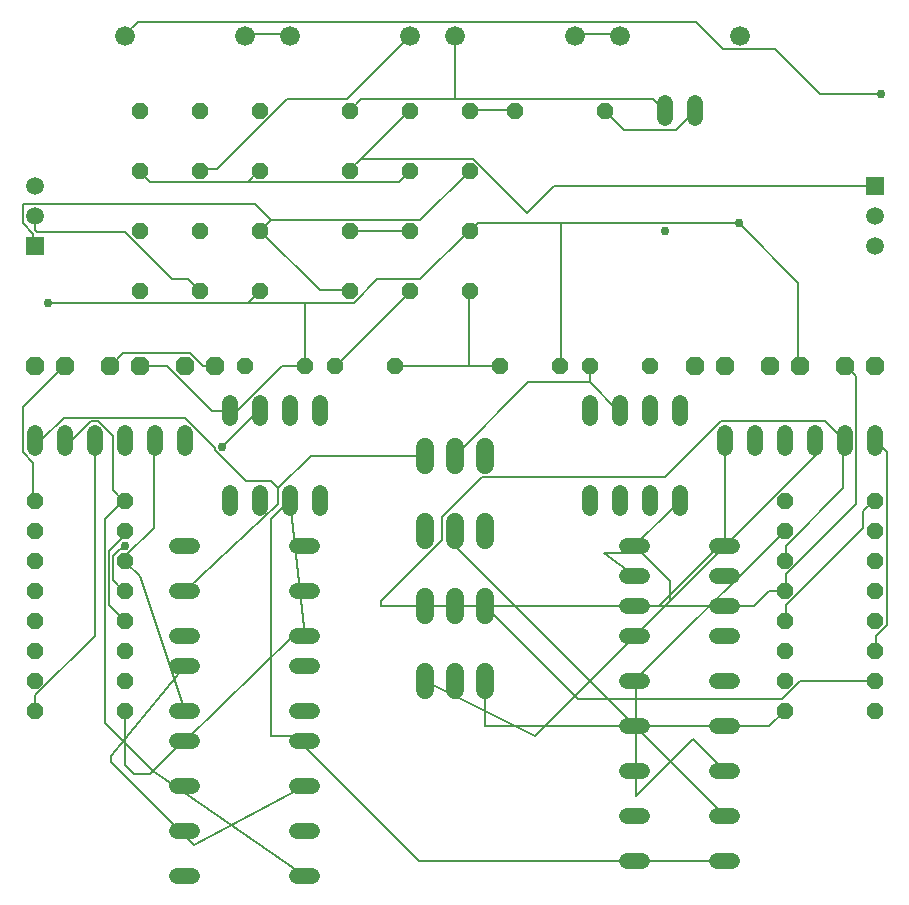
<source format=gbr>
G04 EAGLE Gerber RS-274X export*
G75*
%MOMM*%
%FSLAX34Y34*%
%LPD*%
%INBottom Copper*%
%IPPOS*%
%AMOC8*
5,1,8,0,0,1.08239X$1,22.5*%
G01*
%ADD10P,1.429621X8X22.500000*%
%ADD11C,1.676400*%
%ADD12C,1.320800*%
%ADD13R,1.508000X1.508000*%
%ADD14C,1.508000*%
%ADD15P,1.732040X8X22.500000*%
%ADD16C,1.524000*%
%ADD17C,0.152400*%
%ADD18C,0.756400*%


D10*
X114300Y673100D03*
X165100Y673100D03*
X114300Y622300D03*
X165100Y622300D03*
X114300Y571500D03*
X165100Y571500D03*
X114300Y520700D03*
X165100Y520700D03*
X342900Y673100D03*
X393700Y673100D03*
X342900Y622300D03*
X393700Y622300D03*
X342900Y571500D03*
X393700Y571500D03*
X342900Y520700D03*
X393700Y520700D03*
D11*
X203200Y736600D03*
X101600Y736600D03*
X342900Y736600D03*
X241300Y736600D03*
X482600Y736600D03*
X381000Y736600D03*
X622300Y736600D03*
X520700Y736600D03*
D12*
X558800Y679704D02*
X558800Y666496D01*
X584200Y666496D02*
X584200Y679704D01*
D10*
X215900Y673100D03*
X292100Y673100D03*
X215900Y622300D03*
X292100Y622300D03*
X215900Y571500D03*
X292100Y571500D03*
X215900Y520700D03*
X292100Y520700D03*
X431800Y673100D03*
X508000Y673100D03*
D13*
X736600Y609600D03*
D14*
X736600Y584200D03*
X736600Y558800D03*
D13*
X25400Y558800D03*
D14*
X25400Y584200D03*
X25400Y609600D03*
D15*
X25400Y457200D03*
X50800Y457200D03*
X88900Y457200D03*
X114300Y457200D03*
X152400Y457200D03*
X177800Y457200D03*
D10*
X203200Y457200D03*
X254000Y457200D03*
X279400Y457200D03*
X330200Y457200D03*
X25400Y342900D03*
X101600Y342900D03*
X25400Y317500D03*
X101600Y317500D03*
X25400Y292100D03*
X101600Y292100D03*
X25400Y266700D03*
X101600Y266700D03*
X25400Y241300D03*
X101600Y241300D03*
X25400Y215900D03*
X101600Y215900D03*
X25400Y190500D03*
X101600Y190500D03*
X25400Y165100D03*
X101600Y165100D03*
D12*
X25400Y387096D02*
X25400Y400304D01*
X76200Y400304D02*
X76200Y387096D01*
X50800Y387096D02*
X50800Y400304D01*
X101600Y400304D02*
X101600Y387096D01*
X152400Y387096D02*
X152400Y400304D01*
X127000Y400304D02*
X127000Y387096D01*
X266700Y412496D02*
X266700Y425704D01*
X241300Y425704D02*
X241300Y412496D01*
X241300Y349504D02*
X241300Y336296D01*
X266700Y336296D02*
X266700Y349504D01*
X215900Y412496D02*
X215900Y425704D01*
X190500Y425704D02*
X190500Y412496D01*
X215900Y349504D02*
X215900Y336296D01*
X190500Y336296D02*
X190500Y349504D01*
X247396Y228600D02*
X260604Y228600D01*
X159004Y228600D02*
X145796Y228600D01*
X247396Y203200D02*
X260604Y203200D01*
X159004Y203200D02*
X145796Y203200D01*
X247396Y165100D02*
X260604Y165100D01*
X159004Y165100D02*
X145796Y165100D01*
X247396Y101600D02*
X260604Y101600D01*
X159004Y101600D02*
X145796Y101600D01*
X247396Y139700D02*
X260604Y139700D01*
X159004Y139700D02*
X145796Y139700D01*
X247396Y25400D02*
X260604Y25400D01*
X159004Y25400D02*
X145796Y25400D01*
X247396Y266700D02*
X260604Y266700D01*
X159004Y266700D02*
X145796Y266700D01*
X247396Y304800D02*
X260604Y304800D01*
X159004Y304800D02*
X145796Y304800D01*
X247396Y63500D02*
X260604Y63500D01*
X159004Y63500D02*
X145796Y63500D01*
X602996Y152400D02*
X616204Y152400D01*
X540004Y152400D02*
X526796Y152400D01*
X526796Y76200D02*
X540004Y76200D01*
X602996Y76200D02*
X616204Y76200D01*
X540004Y38100D02*
X526796Y38100D01*
X602996Y38100D02*
X616204Y38100D01*
X616204Y114300D02*
X602996Y114300D01*
X540004Y114300D02*
X526796Y114300D01*
X526796Y254000D02*
X540004Y254000D01*
X602996Y254000D02*
X616204Y254000D01*
X540004Y279400D02*
X526796Y279400D01*
X602996Y279400D02*
X616204Y279400D01*
X540004Y228600D02*
X526796Y228600D01*
X602996Y228600D02*
X616204Y228600D01*
X616204Y190500D02*
X602996Y190500D01*
X540004Y190500D02*
X526796Y190500D01*
X526796Y304800D02*
X540004Y304800D01*
X602996Y304800D02*
X616204Y304800D01*
D15*
X711200Y457200D03*
X736600Y457200D03*
X584200Y457200D03*
X609600Y457200D03*
X647700Y457200D03*
X673100Y457200D03*
D10*
X495300Y457200D03*
X546100Y457200D03*
X419100Y457200D03*
X469900Y457200D03*
X660400Y342900D03*
X736600Y342900D03*
X660400Y317500D03*
X736600Y317500D03*
X660400Y292100D03*
X736600Y292100D03*
X660400Y266700D03*
X736600Y266700D03*
X660400Y241300D03*
X736600Y241300D03*
X660400Y215900D03*
X736600Y215900D03*
X660400Y190500D03*
X736600Y190500D03*
X660400Y165100D03*
X736600Y165100D03*
D16*
X355600Y246380D02*
X355600Y261620D01*
X381000Y261620D02*
X381000Y246380D01*
X406400Y246380D02*
X406400Y261620D01*
X355600Y198120D02*
X355600Y182880D01*
X381000Y182880D02*
X381000Y198120D01*
X406400Y198120D02*
X406400Y182880D01*
D12*
X609600Y387096D02*
X609600Y400304D01*
X660400Y400304D02*
X660400Y387096D01*
X635000Y387096D02*
X635000Y400304D01*
X685800Y400304D02*
X685800Y387096D01*
X736600Y387096D02*
X736600Y400304D01*
X711200Y400304D02*
X711200Y387096D01*
X495300Y349504D02*
X495300Y336296D01*
X520700Y336296D02*
X520700Y349504D01*
X520700Y412496D02*
X520700Y425704D01*
X495300Y425704D02*
X495300Y412496D01*
X546100Y349504D02*
X546100Y336296D01*
X571500Y336296D02*
X571500Y349504D01*
X546100Y412496D02*
X546100Y425704D01*
X571500Y425704D02*
X571500Y412496D01*
D16*
X355600Y388620D02*
X355600Y373380D01*
X381000Y373380D02*
X381000Y388620D01*
X406400Y388620D02*
X406400Y373380D01*
X355600Y325120D02*
X355600Y309880D01*
X381000Y309880D02*
X381000Y325120D01*
X406400Y325120D02*
X406400Y309880D01*
D17*
X165100Y520700D02*
X155448Y530352D01*
X25649Y571759D02*
X25400Y584200D01*
X289560Y682752D02*
X342900Y736092D01*
X289560Y682752D02*
X239268Y682752D01*
X179832Y623316D01*
X166116Y623316D01*
X342900Y736092D02*
X342900Y736600D01*
X166116Y623316D02*
X165100Y622300D01*
X27432Y569976D02*
X25649Y571759D01*
X27432Y569976D02*
X102108Y569976D01*
X141732Y530352D01*
X155448Y530352D01*
X112776Y748284D02*
X585216Y748284D01*
X112776Y748284D02*
X102108Y737616D01*
X101600Y736600D01*
X608076Y725424D02*
X652272Y725424D01*
X652780Y725424D01*
X608076Y725424D02*
X585216Y748284D01*
X690372Y687324D02*
X742188Y687324D01*
X690372Y687324D02*
X652272Y725424D01*
D18*
X742188Y687324D03*
D17*
X341376Y672084D02*
X301752Y632460D01*
X292608Y623316D01*
X341376Y672084D02*
X342900Y672084D01*
X292608Y623316D02*
X292100Y622300D01*
X342900Y672084D02*
X342900Y673100D01*
X396240Y632460D02*
X441960Y586740D01*
X396240Y632460D02*
X301752Y632460D01*
X441960Y586740D02*
X464820Y609600D01*
X736600Y609600D01*
X266700Y521208D02*
X216408Y571500D01*
X266700Y521208D02*
X291084Y521208D01*
X292100Y520700D01*
X352044Y580644D02*
X393700Y622300D01*
X352044Y580644D02*
X225552Y580644D01*
X216408Y571500D01*
X215900Y571500D01*
X24384Y568452D02*
X24384Y559308D01*
X24384Y568452D02*
X15240Y577596D01*
X15240Y594360D01*
X211836Y594360D01*
X225552Y580644D01*
X25400Y558800D02*
X24384Y559308D01*
X483108Y737616D02*
X519684Y737616D01*
X483108Y737616D02*
X482600Y736600D01*
X519684Y737616D02*
X520700Y736600D01*
X508000Y673100D02*
X524256Y656844D01*
X568452Y656844D01*
X583692Y672084D01*
X584200Y673100D01*
X214884Y621792D02*
X205740Y612648D01*
X123444Y612648D01*
X114300Y621792D01*
X214884Y621792D02*
X215900Y622300D01*
X114300Y622300D02*
X114300Y621792D01*
X394716Y673608D02*
X431292Y673608D01*
X394716Y673608D02*
X393700Y673100D01*
X431292Y673608D02*
X431800Y673100D01*
X342900Y571500D02*
X292100Y571500D01*
X333756Y612648D02*
X205740Y612648D01*
X333756Y612648D02*
X342900Y621792D01*
X342900Y622300D01*
X393192Y457200D02*
X419100Y457200D01*
X393192Y457200D02*
X330200Y457200D01*
X393192Y457200D02*
X393192Y519684D01*
X393700Y520700D01*
X177800Y457200D02*
X167640Y457200D01*
X156972Y467868D01*
X100584Y467868D01*
X89916Y457200D01*
X88900Y457200D01*
X24384Y374904D02*
X24384Y342900D01*
X24384Y374904D02*
X15240Y384048D01*
X15240Y422148D01*
X50292Y457200D01*
X25400Y342900D02*
X24384Y342900D01*
X50292Y457200D02*
X50800Y457200D01*
X204216Y737616D02*
X240792Y737616D01*
X204216Y737616D02*
X203200Y736600D01*
X240792Y737616D02*
X241300Y736600D01*
X548640Y682752D02*
X557784Y673608D01*
X381000Y682752D02*
X301752Y682752D01*
X381000Y682752D02*
X548640Y682752D01*
X301752Y682752D02*
X292100Y673100D01*
X557784Y673608D02*
X558800Y673100D01*
X561268Y573460D02*
X559308Y571500D01*
X381000Y682752D02*
X381000Y736600D01*
D18*
X559308Y571500D03*
D17*
X254000Y228600D02*
X243801Y228600D01*
X152400Y139700D01*
X102108Y118872D02*
X102108Y164592D01*
X102108Y118872D02*
X109728Y111252D01*
X123444Y111252D01*
X151418Y139226D01*
X102108Y164592D02*
X101600Y165100D01*
X151418Y139226D02*
X152400Y139700D01*
X350520Y38100D02*
X609600Y38100D01*
X350520Y38100D02*
X245364Y143256D01*
X225552Y143256D01*
X254000Y228600D02*
X241300Y342900D01*
X495300Y443484D02*
X495300Y457200D01*
X495300Y443484D02*
X519684Y419100D01*
X520700Y419100D01*
X495300Y443484D02*
X443484Y443484D01*
X381000Y381000D01*
X225552Y327660D02*
X225552Y143256D01*
X225552Y327660D02*
X240792Y342900D01*
X241300Y342900D01*
X647192Y266700D02*
X660400Y266700D01*
X634492Y254000D02*
X381000Y254000D01*
X634492Y254000D02*
X647192Y266700D01*
X661416Y266700D02*
X661416Y280416D01*
X720852Y339852D01*
X720852Y448056D01*
X711708Y457200D01*
X661416Y266700D02*
X660400Y266700D01*
X711200Y457200D02*
X711708Y457200D01*
X342900Y519684D02*
X280416Y457200D01*
X279400Y457200D01*
X342900Y519684D02*
X342900Y520700D01*
X215900Y520700D02*
X205740Y510540D01*
X352044Y530352D02*
X393192Y571500D01*
X352044Y530352D02*
X315468Y530352D01*
X295656Y510540D01*
X254508Y510540D02*
X205740Y510540D01*
X254508Y510540D02*
X295656Y510540D01*
X393192Y571500D02*
X393700Y571500D01*
X394716Y571500D02*
X400812Y577596D01*
X394716Y571500D02*
X393700Y571500D01*
D18*
X621792Y577596D03*
D17*
X470916Y577596D02*
X400812Y577596D01*
X470916Y577596D02*
X621792Y577596D01*
X205740Y510540D02*
X36576Y510540D01*
D18*
X36576Y510540D03*
D17*
X381000Y304800D02*
X609600Y76200D01*
X533400Y279400D02*
X507661Y298704D01*
X381000Y304800D02*
X381000Y317500D01*
X507661Y298704D02*
X527304Y298704D01*
X571500Y342900D01*
X160713Y51123D02*
X89916Y121920D01*
X89916Y126492D01*
X160713Y51123D02*
X254000Y101600D01*
X152400Y203200D02*
X89916Y126492D01*
X190500Y419100D02*
X196596Y419100D01*
X234696Y457200D01*
X254000Y457200D01*
X137160Y457200D02*
X114300Y457200D01*
X137160Y457200D02*
X175260Y419100D01*
X190500Y419100D01*
X470916Y457200D02*
X470916Y577596D01*
X470916Y457200D02*
X469900Y457200D01*
X672084Y457200D02*
X672084Y527304D01*
X621792Y577596D01*
X672084Y457200D02*
X673100Y457200D01*
X254508Y457200D02*
X254508Y510540D01*
X254508Y457200D02*
X254000Y457200D01*
X214884Y419100D02*
X184404Y388620D01*
X214884Y419100D02*
X215900Y419100D01*
D18*
X184404Y388620D03*
D17*
X57912Y394716D02*
X51816Y394716D01*
X57912Y394716D02*
X73152Y409956D01*
X79248Y409956D01*
X91440Y397764D01*
X91440Y352044D01*
X100584Y342900D01*
X50800Y393700D02*
X51816Y394716D01*
X125984Y114300D02*
X254000Y25400D01*
X125984Y114300D02*
X85344Y154940D01*
X85344Y327660D01*
X100584Y342900D01*
X101600Y342900D01*
X25908Y178308D02*
X25908Y166116D01*
X25908Y178308D02*
X76200Y228600D01*
X76200Y393700D01*
X25908Y166116D02*
X25400Y165100D01*
X102108Y292608D02*
X102108Y295656D01*
X126492Y320040D01*
X126492Y393192D01*
X102108Y292608D02*
X101600Y292100D01*
X126492Y393192D02*
X127000Y393700D01*
X114300Y278892D02*
X152400Y165100D01*
X114300Y278892D02*
X102108Y291084D01*
X101600Y292100D01*
X152400Y266700D02*
X231648Y339852D01*
X231648Y353568D01*
X259080Y381000D01*
X355600Y381000D01*
X32004Y394716D02*
X25908Y394716D01*
X32004Y394716D02*
X50292Y413004D01*
X152400Y413004D01*
X178308Y387096D01*
X178308Y385572D01*
X204216Y359664D01*
X225552Y359664D01*
X231648Y353568D01*
X25908Y394716D02*
X25400Y393700D01*
X102108Y304800D02*
X99060Y301752D01*
X97536Y301752D01*
X91440Y295656D01*
X91440Y275844D01*
X100584Y266700D01*
X101600Y266700D01*
D18*
X102108Y304800D03*
D17*
X100584Y312420D02*
X100584Y316992D01*
X100584Y312420D02*
X88392Y300228D01*
X88392Y254508D01*
X101600Y241300D01*
X100584Y316992D02*
X101600Y317500D01*
X534924Y192024D02*
X534924Y92964D01*
X534924Y192024D02*
X660400Y317500D01*
X582930Y140970D02*
X609600Y114300D01*
X582930Y140970D02*
X534924Y92964D01*
X609600Y309372D02*
X609600Y393700D01*
X609600Y309372D02*
X554228Y254000D01*
X355600Y254000D01*
X661416Y254508D02*
X661416Y242316D01*
X661416Y254508D02*
X726948Y320040D01*
X726948Y333756D01*
X736092Y342900D01*
X661416Y242316D02*
X660400Y241300D01*
X736092Y342900D02*
X736600Y342900D01*
X318516Y257556D02*
X318516Y254000D01*
X318516Y257556D02*
X370332Y309372D01*
X370332Y329184D01*
X403860Y362712D01*
X559308Y362712D01*
X606552Y409956D01*
X694944Y409956D01*
X711200Y393700D01*
X609600Y254000D02*
X318516Y254000D01*
X661416Y292608D02*
X661416Y304800D01*
X710184Y353568D01*
X710184Y393192D01*
X661416Y292608D02*
X660400Y292100D01*
X710184Y393192D02*
X711200Y393700D01*
X737616Y228600D02*
X737616Y216408D01*
X737616Y228600D02*
X746760Y237744D01*
X746760Y384048D01*
X737616Y393192D01*
X737616Y216408D02*
X736600Y215900D01*
X737616Y393192D02*
X736600Y393700D01*
X563033Y275167D02*
X563033Y258233D01*
X563033Y275167D02*
X533400Y304800D01*
X448733Y143933D02*
X355600Y190500D01*
X685800Y381000D02*
X685800Y393700D01*
X563033Y258233D02*
X448733Y143933D01*
X563033Y258233D02*
X685800Y381000D01*
X660400Y165100D02*
X647192Y151892D01*
X406400Y151892D02*
X406400Y190500D01*
X406400Y151892D02*
X647192Y151892D01*
X673608Y190500D02*
X736600Y190500D01*
X673608Y190500D02*
X658368Y175260D01*
X485140Y175260D01*
X406400Y254000D01*
M02*

</source>
